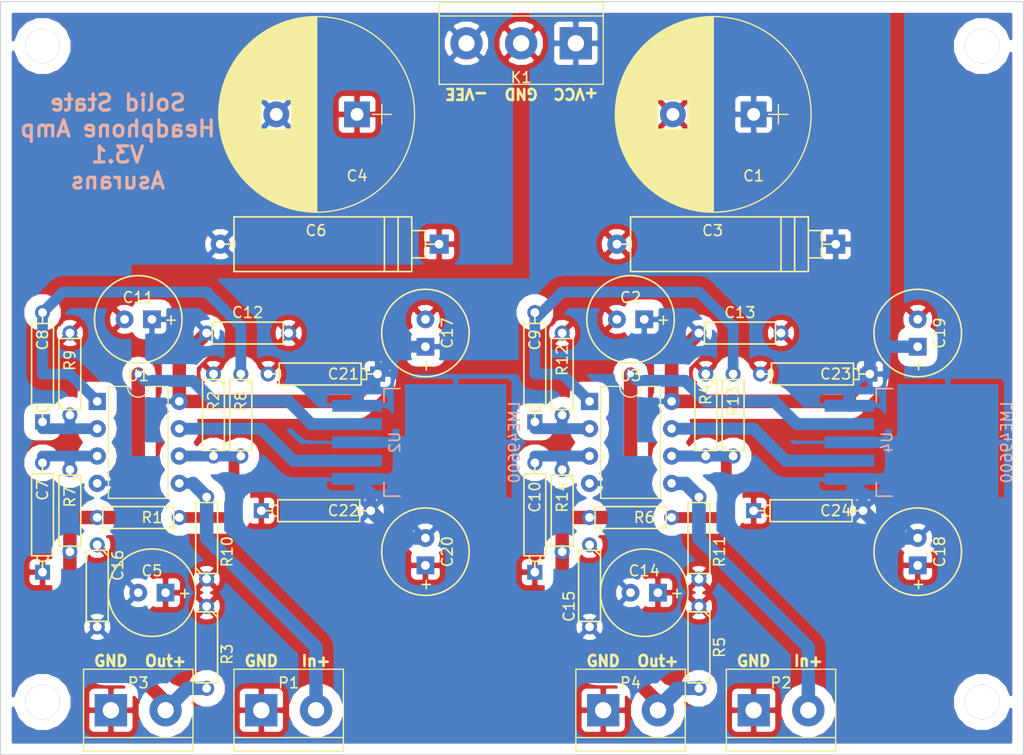
<source format=kicad_pcb>
(kicad_pcb (version 4) (host pcbnew 4.0.7)
  (layers (0 F.Cu signal) (31 B.Cu signal) (34 B.Paste user) (35 F.Paste user) (36 B.SilkS user) (37 F.SilkS user) (38 B.Mask user) (39 F.Mask user) (44 Edge.Cuts user))
  (net 0 "")
  (net 1 VCC)
  (net 2 GND)
  (net 3 VEE)
  (net 4 "Net-(C7-Pad2)")
  (net 5 "Net-(C8-Pad1)")
  (net 6 "Net-(C8-Pad2)")
  (net 7 "Net-(C9-Pad1)")
  (net 8 "Net-(C9-Pad2)")
  (net 9 "Net-(C10-Pad2)")
  (net 10 "Net-(R1-Pad1)")
  (net 11 "Net-(R13-Pad1)")
  (net 12 "Net-(U1-Pad7)")
  (net 13 "Net-(U3-Pad7)")
  (net 14 "Net-(P1-Pad2)")
  (net 15 "Net-(P2-Pad2)")
  (net 16 "Net-(P3-Pad2)")
  (net 17 "Net-(P4-Pad2)")
  (module Connectors:bornier2 (layer F.Cu) (at 95.25 85.852)
    (fp_text reference P3 (at 2.54 -2.54) (layer F.SilkS))
    (fp_text value CONN_01X02)
    (pad 1 thru_hole rect (at 0 0) (size 3 3) (drill 1.52) (layers *.Cu *.Mask) (net 2 GND))
    (pad 2 thru_hole circle (at 5.08 0) (size 3 3) (drill 1.52) (layers *.Cu *.Mask) (net 16 "Net-(P3-Pad2)"))
  )
  (module TO_SOT_Packages_SMD:TO-263-5Lead (layer B.Cu) (at 118.11 60.96)
    (fp_text reference U2 (at 3.5 0 270) (layer B.SilkS) (effects (justify mirror)))
    (fp_text value LME49600 (at 14.605 0 90) (layer B.SilkS) (effects (justify mirror)))
    (pad 5 smd rect (at 0 -3.4) (size 4.6 1.1) (layers B.Cu B.Paste B.Mask) (net 1 VCC))
    (pad 4 smd rect (at 0 -1.7) (size 4.6 1.1) (layers B.Cu B.Paste B.Mask) (net 16 "Net-(P3-Pad2)"))
    (pad 2 smd rect (at 0 1.7) (size 4.6 1.1) (layers B.Cu B.Paste B.Mask) (net 12 "Net-(U1-Pad7)"))
    (pad 3 smd rect (at 9.15 0) (size 9.4 10.8) (layers B.Cu B.Paste B.Mask) (net 3 VEE))
    (pad 3 smd rect (at 0 0) (size 4.6 1.1) (layers B.Cu B.Paste B.Mask) (net 3 VEE))
    (pad 1 smd rect (at 0 3.4) (size 4.6 1.1) (layers B.Cu B.Paste B.Mask) (net 3 VEE))
  )
  (module Discret:C1V8 (layer F.Cu) (at 143.51 49.53 180)
    (fp_text reference C2 (at 0 2.032 180) (layer F.SilkS))
    (fp_text value 47u)
    (fp_text user + (at -3.04546 0 180) (layer F.SilkS))
    (pad 1 thru_hole rect (at -1.27 0 180) (size 1.651 1.651) (drill 0.8128) (layers *.Cu *.Mask) (net 1 VCC))
    (pad 2 thru_hole circle (at 1.27 0 180) (size 1.651 1.651) (drill 0.8128) (layers *.Cu *.Mask) (net 2 GND))
  )
  (module Discret:CP8 (layer F.Cu) (at 152.4 42.545 180)
    (fp_text reference C3 (at 1.27 1.27 180) (layer F.SilkS))
    (fp_text value 8200p)
    (pad 1 thru_hole rect (at -10.16 0 180) (size 1.778 1.778) (drill 0.8128) (layers *.Cu *.Mask) (net 1 VCC))
    (pad 2 thru_hole circle (at 10.16 0 180) (size 1.778 1.778) (drill 0.8128) (layers *.Cu *.Mask) (net 2 GND))
  )
  (module Discret:C1V8 (layer F.Cu) (at 99.06 74.93 180)
    (fp_text reference C5 (at 0 2.032 180) (layer F.SilkS))
    (fp_text value 47u)
    (fp_text user + (at -3.04546 0 180) (layer F.SilkS))
    (pad 1 thru_hole rect (at -1.27 0 180) (size 1.651 1.651) (drill 0.8128) (layers *.Cu *.Mask) (net 2 GND))
    (pad 2 thru_hole circle (at 1.27 0 180) (size 1.651 1.651) (drill 0.8128) (layers *.Cu *.Mask) (net 3 VEE))
  )
  (module Discret:CP8 (layer F.Cu) (at 115.57 42.545 180)
    (fp_text reference C6 (at 1.27 1.27 180) (layer F.SilkS))
    (fp_text value 8200p)
    (pad 1 thru_hole rect (at -10.16 0 180) (size 1.778 1.778) (drill 0.8128) (layers *.Cu *.Mask) (net 2 GND))
    (pad 2 thru_hole circle (at 10.16 0 180) (size 1.778 1.778) (drill 0.8128) (layers *.Cu *.Mask) (net 3 VEE))
  )
  (module Discret:C1V8 (layer F.Cu) (at 97.79 49.53 180)
    (fp_text reference C11 (at 0 2.032 180) (layer F.SilkS))
    (fp_text value 47u)
    (fp_text user + (at -3.04546 0 180) (layer F.SilkS))
    (pad 1 thru_hole rect (at -1.27 0 180) (size 1.651 1.651) (drill 0.8128) (layers *.Cu *.Mask) (net 1 VCC))
    (pad 2 thru_hole circle (at 1.27 0 180) (size 1.651 1.651) (drill 0.8128) (layers *.Cu *.Mask) (net 2 GND))
  )
  (module Discret:C1V8 (layer F.Cu) (at 144.78 74.93 180)
    (fp_text reference C14 (at 0 2.032 180) (layer F.SilkS))
    (fp_text value 47u)
    (fp_text user + (at -3.04546 0 180) (layer F.SilkS))
    (pad 1 thru_hole rect (at -1.27 0 180) (size 1.651 1.651) (drill 0.8128) (layers *.Cu *.Mask) (net 2 GND))
    (pad 2 thru_hole circle (at 1.27 0 180) (size 1.651 1.651) (drill 0.8128) (layers *.Cu *.Mask) (net 3 VEE))
  )
  (module Connect:bornier3 (layer F.Cu) (at 138.43 23.876 180)
    (fp_text reference K1 (at 5.08 -3.175 180) (layer F.SilkS))
    (fp_text value CONN_3)
    (pad 1 thru_hole rect (at 0 0 180) (size 3 3) (drill 1.52) (layers *.Cu *.Mask) (net 1 VCC))
    (pad 2 thru_hole circle (at 5.08 0 180) (size 3 3) (drill 1.52) (layers *.Cu *.Mask) (net 2 GND))
    (pad 3 thru_hole circle (at 10.16 0 180) (size 3 3) (drill 1.52) (layers *.Cu *.Mask) (net 3 VEE))
  )
  (module Housings_DIP:DIP-8_W7.62mm (layer F.Cu) (at 93.98 57.15)
    (fp_text reference U1 (at 3.81 -2.39) (layer F.SilkS))
    (fp_text value TL072)
    (pad 1 thru_hole rect (at 0 0) (size 1.6 1.6) (drill 0.8) (layers *.Cu *.Mask) (net 6 "Net-(C8-Pad2)"))
    (pad 5 thru_hole oval (at 7.62 7.62) (size 1.6 1.6) (drill 0.8) (layers *.Cu *.Mask) (net 14 "Net-(P1-Pad2)"))
    (pad 2 thru_hole oval (at 0 2.54) (size 1.6 1.6) (drill 0.8) (layers *.Cu *.Mask) (net 5 "Net-(C8-Pad1)"))
    (pad 6 thru_hole oval (at 7.62 5.08) (size 1.6 1.6) (drill 0.8) (layers *.Cu *.Mask) (net 10 "Net-(R1-Pad1)"))
    (pad 3 thru_hole oval (at 0 5.08) (size 1.6 1.6) (drill 0.8) (layers *.Cu *.Mask) (net 4 "Net-(C7-Pad2)"))
    (pad 7 thru_hole oval (at 7.62 2.54) (size 1.6 1.6) (drill 0.8) (layers *.Cu *.Mask) (net 12 "Net-(U1-Pad7)"))
    (pad 4 thru_hole oval (at 0 7.62) (size 1.6 1.6) (drill 0.8) (layers *.Cu *.Mask) (net 3 VEE))
    (pad 8 thru_hole oval (at 7.62 0) (size 1.6 1.6) (drill 0.8) (layers *.Cu *.Mask) (net 1 VCC))
  )
  (module Housings_DIP:DIP-8_W7.62mm (layer F.Cu) (at 139.7 57.15)
    (fp_text reference U3 (at 3.81 -2.39) (layer F.SilkS))
    (fp_text value TL072)
    (pad 1 thru_hole rect (at 0 0) (size 1.6 1.6) (drill 0.8) (layers *.Cu *.Mask) (net 8 "Net-(C9-Pad2)"))
    (pad 5 thru_hole oval (at 7.62 7.62) (size 1.6 1.6) (drill 0.8) (layers *.Cu *.Mask) (net 15 "Net-(P2-Pad2)"))
    (pad 2 thru_hole oval (at 0 2.54) (size 1.6 1.6) (drill 0.8) (layers *.Cu *.Mask) (net 7 "Net-(C9-Pad1)"))
    (pad 6 thru_hole oval (at 7.62 5.08) (size 1.6 1.6) (drill 0.8) (layers *.Cu *.Mask) (net 11 "Net-(R13-Pad1)"))
    (pad 3 thru_hole oval (at 0 5.08) (size 1.6 1.6) (drill 0.8) (layers *.Cu *.Mask) (net 9 "Net-(C10-Pad2)"))
    (pad 7 thru_hole oval (at 7.62 2.54) (size 1.6 1.6) (drill 0.8) (layers *.Cu *.Mask) (net 13 "Net-(U3-Pad7)"))
    (pad 4 thru_hole oval (at 0 7.62) (size 1.6 1.6) (drill 0.8) (layers *.Cu *.Mask) (net 3 VEE))
    (pad 8 thru_hole oval (at 7.62 0) (size 1.6 1.6) (drill 0.8) (layers *.Cu *.Mask) (net 1 VCC))
  )
  (module Capacitors_ThroughHole:CP_Radial_D18.0mm_P7.50mm (layer F.Cu) (at 154.94 30.48 180)
    (fp_text reference C1 (at 0 -5.715 180) (layer F.SilkS))
    (fp_text value 4700u)
    (pad 1 thru_hole rect (at 0 0 180) (size 2.4 2.4) (drill 1.2) (layers *.Cu *.Mask) (net 1 VCC))
    (pad 2 thru_hole circle (at 7.5 0 180) (size 2.4 2.4) (drill 1.2) (layers *.Cu *.Mask) (net 2 GND))
  )
  (module Capacitors_ThroughHole:CP_Radial_D18.0mm_P7.50mm (layer F.Cu) (at 118.11 30.48 180)
    (fp_text reference C4 (at 0 -5.715 180) (layer F.SilkS))
    (fp_text value 4700u)
    (pad 1 thru_hole rect (at 0 0 180) (size 2.4 2.4) (drill 1.2) (layers *.Cu *.Mask) (net 2 GND))
    (pad 2 thru_hole circle (at 7.5 0 180) (size 2.4 2.4) (drill 1.2) (layers *.Cu *.Mask) (net 3 VEE))
  )
  (module Discret:CP4 (layer F.Cu) (at 88.9 67.945 90)
    (fp_text reference C7 (at 2.54 0 90) (layer F.SilkS))
    (fp_text value 1u)
    (pad 1 thru_hole rect (at -5.08 0 90) (size 1.397 1.397) (drill 0.8128) (layers *.Cu *.Mask) (net 2 GND))
    (pad 2 thru_hole circle (at 5.08 0 90) (size 1.397 1.397) (drill 0.8128) (layers *.Cu *.Mask) (net 4 "Net-(C7-Pad2)"))
  )
  (module Discret:CP4 (layer F.Cu) (at 88.9 53.975 90)
    (fp_text reference C8 (at 2.54 0 90) (layer F.SilkS))
    (fp_text value 1u)
    (pad 1 thru_hole rect (at -5.08 0 90) (size 1.397 1.397) (drill 0.8128) (layers *.Cu *.Mask) (net 5 "Net-(C8-Pad1)"))
    (pad 2 thru_hole circle (at 5.08 0 90) (size 1.397 1.397) (drill 0.8128) (layers *.Cu *.Mask) (net 6 "Net-(C8-Pad2)"))
  )
  (module Discret:CP4 (layer F.Cu) (at 134.62 53.975 90)
    (fp_text reference C9 (at 2.54 0 90) (layer F.SilkS))
    (fp_text value 1u)
    (pad 1 thru_hole rect (at -5.08 0 90) (size 1.397 1.397) (drill 0.8128) (layers *.Cu *.Mask) (net 7 "Net-(C9-Pad1)"))
    (pad 2 thru_hole circle (at 5.08 0 90) (size 1.397 1.397) (drill 0.8128) (layers *.Cu *.Mask) (net 8 "Net-(C9-Pad2)"))
  )
  (module Discret:CP4 (layer F.Cu) (at 134.62 67.945 90)
    (fp_text reference C10 (at 1.905 0 90) (layer F.SilkS))
    (fp_text value 1u)
    (pad 1 thru_hole rect (at -5.08 0 90) (size 1.397 1.397) (drill 0.8128) (layers *.Cu *.Mask) (net 2 GND))
    (pad 2 thru_hole circle (at 5.08 0 90) (size 1.397 1.397) (drill 0.8128) (layers *.Cu *.Mask) (net 9 "Net-(C10-Pad2)"))
  )
  (module Discret:R3 (layer F.Cu) (at 107.95 50.8)
    (fp_text reference C12 (at 0 -1.905) (layer F.SilkS))
    (fp_text value 100n)
    (pad 1 thru_hole circle (at -3.81 0) (size 1.397 1.397) (drill 0.8128) (layers *.Cu *.Mask) (net 1 VCC))
    (pad 2 thru_hole circle (at 3.81 0) (size 1.397 1.397) (drill 0.8128) (layers *.Cu *.Mask) (net 2 GND))
  )
  (module Discret:R3 (layer F.Cu) (at 153.67 50.8)
    (fp_text reference C13 (at 0 -1.905) (layer F.SilkS))
    (fp_text value 100n)
    (pad 1 thru_hole circle (at -3.81 0) (size 1.397 1.397) (drill 0.8128) (layers *.Cu *.Mask) (net 1 VCC))
    (pad 2 thru_hole circle (at 3.81 0) (size 1.397 1.397) (drill 0.8128) (layers *.Cu *.Mask) (net 2 GND))
  )
  (module Discret:R3 (layer F.Cu) (at 139.7 74.295 270)
    (fp_text reference C15 (at 1.905 1.905 270) (layer F.SilkS))
    (fp_text value 100n)
    (pad 1 thru_hole circle (at -3.81 0 270) (size 1.397 1.397) (drill 0.8128) (layers *.Cu *.Mask) (net 2 GND))
    (pad 2 thru_hole circle (at 3.81 0 270) (size 1.397 1.397) (drill 0.8128) (layers *.Cu *.Mask) (net 3 VEE))
  )
  (module Discret:R3 (layer F.Cu) (at 93.98 74.295 270)
    (fp_text reference C16 (at -1.905 -1.905 270) (layer F.SilkS))
    (fp_text value 100n)
    (pad 1 thru_hole circle (at -3.81 0 270) (size 1.397 1.397) (drill 0.8128) (layers *.Cu *.Mask) (net 2 GND))
    (pad 2 thru_hole circle (at 3.81 0 270) (size 1.397 1.397) (drill 0.8128) (layers *.Cu *.Mask) (net 3 VEE))
  )
  (module Discret:R3 (layer F.Cu) (at 97.79 67.945 180)
    (fp_text reference R1 (at -1.27 0 180) (layer F.SilkS))
    (fp_text value 1K)
    (pad 1 thru_hole circle (at -3.81 0 180) (size 1.397 1.397) (drill 0.8128) (layers *.Cu *.Mask) (net 10 "Net-(R1-Pad1)"))
    (pad 2 thru_hole circle (at 3.81 0 180) (size 1.397 1.397) (drill 0.8128) (layers *.Cu *.Mask) (net 16 "Net-(P3-Pad2)"))
  )
  (module Discret:R3 (layer F.Cu) (at 104.775 58.42 270)
    (fp_text reference R2 (at -1.27 0 270) (layer F.SilkS))
    (fp_text value 1K)
    (pad 1 thru_hole circle (at -3.81 0 270) (size 1.397 1.397) (drill 0.8128) (layers *.Cu *.Mask) (net 2 GND))
    (pad 2 thru_hole circle (at 3.81 0 270) (size 1.397 1.397) (drill 0.8128) (layers *.Cu *.Mask) (net 10 "Net-(R1-Pad1)"))
  )
  (module Discret:R3 (layer F.Cu) (at 104.14 80.01 270)
    (fp_text reference R3 (at 0.635 -1.905 270) (layer F.SilkS))
    (fp_text value 100K)
    (pad 1 thru_hole circle (at -3.81 0 270) (size 1.397 1.397) (drill 0.8128) (layers *.Cu *.Mask) (net 2 GND))
    (pad 2 thru_hole circle (at 3.81 0 270) (size 1.397 1.397) (drill 0.8128) (layers *.Cu *.Mask) (net 16 "Net-(P3-Pad2)"))
  )
  (module Discret:R3 (layer F.Cu) (at 150.495 58.42 270)
    (fp_text reference R4 (at -1.905 0 270) (layer F.SilkS))
    (fp_text value 1K)
    (pad 1 thru_hole circle (at -3.81 0 270) (size 1.397 1.397) (drill 0.8128) (layers *.Cu *.Mask) (net 2 GND))
    (pad 2 thru_hole circle (at 3.81 0 270) (size 1.397 1.397) (drill 0.8128) (layers *.Cu *.Mask) (net 11 "Net-(R13-Pad1)"))
  )
  (module Discret:R3 (layer F.Cu) (at 149.86 80.01 270)
    (fp_text reference R5 (at 0 -1.905 270) (layer F.SilkS))
    (fp_text value 100K)
    (pad 1 thru_hole circle (at -3.81 0 270) (size 1.397 1.397) (drill 0.8128) (layers *.Cu *.Mask) (net 2 GND))
    (pad 2 thru_hole circle (at 3.81 0 270) (size 1.397 1.397) (drill 0.8128) (layers *.Cu *.Mask) (net 17 "Net-(P4-Pad2)"))
  )
  (module Discret:R3 (layer F.Cu) (at 143.51 67.945 180)
    (fp_text reference R6 (at -1.27 0 180) (layer F.SilkS))
    (fp_text value 1K)
    (pad 1 thru_hole circle (at -3.81 0 180) (size 1.397 1.397) (drill 0.8128) (layers *.Cu *.Mask) (net 11 "Net-(R13-Pad1)"))
    (pad 2 thru_hole circle (at 3.81 0 180) (size 1.397 1.397) (drill 0.8128) (layers *.Cu *.Mask) (net 17 "Net-(P4-Pad2)"))
  )
  (module Discret:R3 (layer F.Cu) (at 91.44 67.31 270)
    (fp_text reference R7 (at -1.27 0 270) (layer F.SilkS))
    (fp_text value 1M)
    (pad 1 thru_hole circle (at -3.81 0 270) (size 1.397 1.397) (drill 0.8128) (layers *.Cu *.Mask) (net 4 "Net-(C7-Pad2)"))
    (pad 2 thru_hole circle (at 3.81 0 270) (size 1.397 1.397) (drill 0.8128) (layers *.Cu *.Mask) (net 16 "Net-(P3-Pad2)"))
  )
  (module Discret:R3 (layer F.Cu) (at 107.315 58.42 270)
    (fp_text reference R8 (at -1.27 0 270) (layer F.SilkS))
    (fp_text value 1K)
    (pad 1 thru_hole circle (at -3.81 0 270) (size 1.397 1.397) (drill 0.8128) (layers *.Cu *.Mask) (net 6 "Net-(C8-Pad2)"))
    (pad 2 thru_hole circle (at 3.81 0 270) (size 1.397 1.397) (drill 0.8128) (layers *.Cu *.Mask) (net 10 "Net-(R1-Pad1)"))
  )
  (module Discret:R3 (layer F.Cu) (at 91.44 54.61 90)
    (fp_text reference R9 (at 1.27 0 90) (layer F.SilkS))
    (fp_text value 1M)
    (pad 1 thru_hole circle (at -3.81 0 90) (size 1.397 1.397) (drill 0.8128) (layers *.Cu *.Mask) (net 5 "Net-(C8-Pad1)"))
    (pad 2 thru_hole circle (at 3.81 0 90) (size 1.397 1.397) (drill 0.8128) (layers *.Cu *.Mask) (net 2 GND))
  )
  (module Discret:R3 (layer F.Cu) (at 104.14 69.85 90)
    (fp_text reference R10 (at -1.27 1.905 90) (layer F.SilkS))
    (fp_text value 47K)
    (pad 1 thru_hole circle (at -3.81 0 90) (size 1.397 1.397) (drill 0.8128) (layers *.Cu *.Mask) (net 2 GND))
    (pad 2 thru_hole circle (at 3.81 0 90) (size 1.397 1.397) (drill 0.8128) (layers *.Cu *.Mask) (net 14 "Net-(P1-Pad2)"))
  )
  (module Discret:R3 (layer F.Cu) (at 149.86 69.85 270)
    (fp_text reference R11 (at 1.27 -1.905 270) (layer F.SilkS))
    (fp_text value 47K)
    (pad 1 thru_hole circle (at -3.81 0 270) (size 1.397 1.397) (drill 0.8128) (layers *.Cu *.Mask) (net 15 "Net-(P2-Pad2)"))
    (pad 2 thru_hole circle (at 3.81 0 270) (size 1.397 1.397) (drill 0.8128) (layers *.Cu *.Mask) (net 2 GND))
  )
  (module Discret:R3 (layer F.Cu) (at 137.16 54.61 90)
    (fp_text reference R12 (at 1.27 0 90) (layer F.SilkS))
    (fp_text value 1M)
    (pad 1 thru_hole circle (at -3.81 0 90) (size 1.397 1.397) (drill 0.8128) (layers *.Cu *.Mask) (net 7 "Net-(C9-Pad1)"))
    (pad 2 thru_hole circle (at 3.81 0 90) (size 1.397 1.397) (drill 0.8128) (layers *.Cu *.Mask) (net 2 GND))
  )
  (module Discret:R3 (layer F.Cu) (at 153.035 58.42 90)
    (fp_text reference R13 (at 1.27 0 90) (layer F.SilkS))
    (fp_text value 1K)
    (pad 1 thru_hole circle (at -3.81 0 90) (size 1.397 1.397) (drill 0.8128) (layers *.Cu *.Mask) (net 11 "Net-(R13-Pad1)"))
    (pad 2 thru_hole circle (at 3.81 0 90) (size 1.397 1.397) (drill 0.8128) (layers *.Cu *.Mask) (net 8 "Net-(C9-Pad2)"))
  )
  (module Discret:R3 (layer F.Cu) (at 137.16 67.31 270)
    (fp_text reference R14 (at -1.27 0 270) (layer F.SilkS))
    (fp_text value 1M)
    (pad 1 thru_hole circle (at -3.81 0 270) (size 1.397 1.397) (drill 0.8128) (layers *.Cu *.Mask) (net 9 "Net-(C10-Pad2)"))
    (pad 2 thru_hole circle (at 3.81 0 270) (size 1.397 1.397) (drill 0.8128) (layers *.Cu *.Mask) (net 17 "Net-(P4-Pad2)"))
  )
  (module Discret:C1V8 (layer F.Cu) (at 124.46 50.8 90)
    (fp_text reference C17 (at 0 2.032 90) (layer F.SilkS))
    (fp_text value 47u)
    (fp_text user + (at -3.04546 0 90) (layer F.SilkS))
    (pad 1 thru_hole rect (at -1.27 0 90) (size 1.651 1.651) (drill 0.8128) (layers *.Cu *.Mask) (net 1 VCC))
    (pad 2 thru_hole circle (at 1.27 0 90) (size 1.651 1.651) (drill 0.8128) (layers *.Cu *.Mask) (net 2 GND))
  )
  (module Discret:C1V8 (layer F.Cu) (at 170.18 71.12 90)
    (fp_text reference C18 (at 0 2.032 90) (layer F.SilkS))
    (fp_text value 47u)
    (fp_text user + (at -3.04546 0 90) (layer F.SilkS))
    (pad 1 thru_hole rect (at -1.27 0 90) (size 1.651 1.651) (drill 0.8128) (layers *.Cu *.Mask) (net 2 GND))
    (pad 2 thru_hole circle (at 1.27 0 90) (size 1.651 1.651) (drill 0.8128) (layers *.Cu *.Mask) (net 3 VEE))
  )
  (module Discret:C1V8 (layer F.Cu) (at 170.18 50.8 90)
    (fp_text reference C19 (at 0 2.032 90) (layer F.SilkS))
    (fp_text value 47u)
    (fp_text user + (at -3.04546 0 90) (layer F.SilkS))
    (pad 1 thru_hole rect (at -1.27 0 90) (size 1.651 1.651) (drill 0.8128) (layers *.Cu *.Mask) (net 1 VCC))
    (pad 2 thru_hole circle (at 1.27 0 90) (size 1.651 1.651) (drill 0.8128) (layers *.Cu *.Mask) (net 2 GND))
  )
  (module Discret:C1V8 (layer F.Cu) (at 124.46 71.12 90)
    (fp_text reference C20 (at 0 2.032 90) (layer F.SilkS))
    (fp_text value 47u)
    (fp_text user + (at -3.04546 0 90) (layer F.SilkS))
    (pad 1 thru_hole rect (at -1.27 0 90) (size 1.651 1.651) (drill 0.8128) (layers *.Cu *.Mask) (net 2 GND))
    (pad 2 thru_hole circle (at 1.27 0 90) (size 1.651 1.651) (drill 0.8128) (layers *.Cu *.Mask) (net 3 VEE))
  )
  (module Discret:CP4 (layer F.Cu) (at 114.935 54.61 180)
    (fp_text reference C21 (at -1.905 0 180) (layer F.SilkS))
    (fp_text value 22u)
    (pad 1 thru_hole rect (at -5.08 0 180) (size 1.397 1.397) (drill 0.8128) (layers *.Cu *.Mask) (net 1 VCC))
    (pad 2 thru_hole circle (at 5.08 0 180) (size 1.397 1.397) (drill 0.8128) (layers *.Cu *.Mask) (net 2 GND))
  )
  (module Discret:CP4 (layer F.Cu) (at 114.3 67.31)
    (fp_text reference C22 (at 2.54 0) (layer F.SilkS))
    (fp_text value 22u)
    (pad 1 thru_hole rect (at -5.08 0) (size 1.397 1.397) (drill 0.8128) (layers *.Cu *.Mask) (net 2 GND))
    (pad 2 thru_hole circle (at 5.08 0) (size 1.397 1.397) (drill 0.8128) (layers *.Cu *.Mask) (net 3 VEE))
  )
  (module Discret:CP4 (layer F.Cu) (at 160.655 54.61 180)
    (fp_text reference C23 (at -1.905 0 180) (layer F.SilkS))
    (fp_text value 22u)
    (pad 1 thru_hole rect (at -5.08 0 180) (size 1.397 1.397) (drill 0.8128) (layers *.Cu *.Mask) (net 1 VCC))
    (pad 2 thru_hole circle (at 5.08 0 180) (size 1.397 1.397) (drill 0.8128) (layers *.Cu *.Mask) (net 2 GND))
  )
  (module Discret:CP4 (layer F.Cu) (at 160.02 67.31)
    (fp_text reference C24 (at 2.54 0) (layer F.SilkS))
    (fp_text value 22u)
    (pad 1 thru_hole rect (at -5.08 0) (size 1.397 1.397) (drill 0.8128) (layers *.Cu *.Mask) (net 2 GND))
    (pad 2 thru_hole circle (at 5.08 0) (size 1.397 1.397) (drill 0.8128) (layers *.Cu *.Mask) (net 3 VEE))
  )
  (module TO_SOT_Packages_SMD:TO-263-5Lead (layer B.Cu) (at 163.83 60.96)
    (fp_text reference U4 (at 3.5 0 270) (layer B.SilkS) (effects (justify mirror)))
    (fp_text value LME49600 (at 14.605 0 90) (layer B.SilkS) (effects (justify mirror)))
    (pad 5 smd rect (at 0 -3.4) (size 4.6 1.1) (layers B.Cu B.Paste B.Mask) (net 1 VCC))
    (pad 4 smd rect (at 0 -1.7) (size 4.6 1.1) (layers B.Cu B.Paste B.Mask) (net 17 "Net-(P4-Pad2)"))
    (pad 2 smd rect (at 0 1.7) (size 4.6 1.1) (layers B.Cu B.Paste B.Mask) (net 13 "Net-(U3-Pad7)"))
    (pad 3 smd rect (at 9.15 0) (size 9.4 10.8) (layers B.Cu B.Paste B.Mask) (net 3 VEE))
    (pad 3 smd rect (at 0 0) (size 4.6 1.1) (layers B.Cu B.Paste B.Mask) (net 3 VEE))
    (pad 1 smd rect (at 0 3.4) (size 4.6 1.1) (layers B.Cu B.Paste B.Mask) (net 3 VEE))
  )
  (module Connectors:bornier2 (layer F.Cu) (at 109.22 85.852)
    (fp_text reference P1 (at 2.54 -2.54) (layer F.SilkS))
    (fp_text value CONN_01X02)
    (pad 1 thru_hole rect (at 0 0) (size 3 3) (drill 1.52) (layers *.Cu *.Mask) (net 2 GND))
    (pad 2 thru_hole circle (at 5.08 0) (size 3 3) (drill 1.52) (layers *.Cu *.Mask) (net 14 "Net-(P1-Pad2)"))
  )
  (module Connectors:bornier2 (layer F.Cu) (at 154.94 85.852)
    (fp_text reference P2 (at 2.54 -2.54) (layer F.SilkS))
    (fp_text value CONN_01X02)
    (pad 1 thru_hole rect (at 0 0) (size 3 3) (drill 1.52) (layers *.Cu *.Mask) (net 2 GND))
    (pad 2 thru_hole circle (at 5.08 0) (size 3 3) (drill 1.52) (layers *.Cu *.Mask) (net 15 "Net-(P2-Pad2)"))
  )
  (module Connectors:bornier2 (layer F.Cu) (at 140.97 85.852)
    (fp_text reference P4 (at 2.54 -2.54) (layer F.SilkS))
    (fp_text value CONN_01X02)
    (pad 1 thru_hole rect (at 0 0) (size 3 3) (drill 1.52) (layers *.Cu *.Mask) (net 2 GND))
    (pad 2 thru_hole circle (at 5.08 0) (size 3 3) (drill 1.52) (layers *.Cu *.Mask) (net 17 "Net-(P4-Pad2)"))
  )
  (module Mounting_Holes:MountingHole_3.2mm_M3_ISO7380_Pad (layer F.Cu) (at 176.149 24.13)
    (fp_text reference REF** hide)
    (fp_text value MountingHole_3.2mm_M3_ISO7380_Pad)
    (pad 1 thru_hole circle (at 0 0) (size 3.2 3.2) (drill 3.2) (layers *.Cu *.Mask))
  )
  (module Mounting_Holes:MountingHole_3.2mm_M3_ISO7380_Pad (layer F.Cu) (at 88.9 24.13)
    (fp_text reference REF** hide)
    (fp_text value MountingHole_3.2mm_M3_ISO7380_Pad)
    (pad 1 thru_hole circle (at 0 0) (size 3.2 3.2) (drill 3.2) (layers *.Cu *.Mask))
  )
  (module Mounting_Holes:MountingHole_3.2mm_M3_ISO7380_Pad (layer F.Cu) (at 88.9 85.09)
    (fp_text reference REF** hide)
    (fp_text value MountingHole_3.2mm_M3_ISO7380_Pad)
    (pad 1 thru_hole circle (at 0 0) (size 3.2 3.2) (drill 3.2) (layers *.Cu *.Mask))
  )
  (module Mounting_Holes:MountingHole_3.2mm_M3_ISO7380_Pad (layer F.Cu) (at 176.149 85.09)
    (fp_text reference REF** hide)
    (fp_text value MountingHole_3.2mm_M3_ISO7380_Pad)
    (pad 1 thru_hole circle (at 0 0) (size 3.2 3.2) (drill 3.2) (layers *.Cu *.Mask))
  )
  (gr_text Out+ (at 146.05 81.28) (layer F.SilkS) (effects (font (size 1 1) (thickness 0.25))))
  (gr_text Out+ (at 100.33 81.28) (layer F.SilkS) (effects (font (size 1 1) (thickness 0.25))))
  (gr_text GND (at 140.97 81.28) (layer F.SilkS) (effects (font (size 1 1) (thickness 0.25))))
  (gr_text GND (at 95.25 81.28) (layer F.SilkS) (effects (font (size 1 1) (thickness 0.25))))
  (gr_text GND (at 154.94 81.28) (layer F.SilkS) (effects (font (size 1 1) (thickness 0.25))))
  (gr_text In+ (at 160.02 81.28) (layer F.SilkS) (effects (font (size 1 1) (thickness 0.25))))
  (gr_text GND (at 109.22 81.28) (layer F.SilkS) (effects (font (size 1 1) (thickness 0.25))))
  (gr_text In+ (at 114.3 81.28) (layer F.SilkS) (effects (font (size 1 1) (thickness 0.25))))
  (gr_text -VEE (at 128.27 28.575 180) (layer F.SilkS) (effects (font (size 1 1) (thickness 0.25))))
  (gr_text GND (at 133.35 28.575 180) (layer F.SilkS) (effects (font (size 1 1) (thickness 0.25))))
  (gr_text +VCC (at 138.43 28.575 180) (layer F.SilkS) (effects (font (size 1 1) (thickness 0.25))))
  (gr_text "Solid State\nHeadphone Amp\nV3.1\nAsurans" (at 95.885 33.02) (layer B.SilkS) (effects (font (size 1.5 1.5) (thickness 0.3)) (justify mirror)))
  (gr_line (start 180 20) (end 180 90) (angle 90) (layer Edge.Cuts) (width 0.1))
  (gr_line (start 85 20) (end 180 20) (angle 90) (layer Edge.Cuts) (width 0.1))
  (gr_line (start 180 90) (end 85 90) (angle 90) (layer Edge.Cuts) (width 0.1))
  (gr_line (start 85 90) (end 85 20) (angle 90) (layer Edge.Cuts) (width 0.1))
  (gr_line (start 85 90) (end 180 90) (angle 90) (layer Edge.Cuts) (width 0.1))
  (segment (start 147.32 57.15) (end 147.32 53.34) (width 1.25) (layer F.Cu) (net 1))
  (segment (start 147.32 57.15) (end 163.83 57.15) (width 1.25) (layer F.Cu) (net 1))
  (segment (start 118.11 57.15) (end 118.11 56.515) (width 1.25) (layer F.Cu) (net 1))
  (segment (start 101.6 57.15) (end 118.11 57.15) (width 1.25) (layer F.Cu) (net 1))
  (segment (start 118.11 56.515) (end 120.015 54.61) (width 1.25) (layer F.Cu) (net 1))
  (segment (start 163.83 57.15) (end 163.83 56.515) (width 1.25) (layer F.Cu) (net 1))
  (segment (start 147.32 57.15) (end 163.83 57.15) (width 1.25) (layer F.Cu) (net 1))
  (segment (start 163.83 56.515) (end 165.735 54.61) (width 1.25) (layer F.Cu) (net 1))
  (segment (start 147.32 57.15) (end 147.32 53.34) (width 1.25) (layer F.Cu) (net 1))
  (segment (start 147.32 53.34) (end 149.86 50.8) (width 1.25) (layer F.Cu) (net 1))
  (segment (start 101.6 57.15) (end 101.6 53.34) (width 1.25) (layer F.Cu) (net 1))
  (segment (start 101.6 53.34) (end 104.14 50.8) (width 1.25) (layer F.Cu) (net 1))
  (segment (start 118.11 57.56) (end 118.11 56.515) (width 1.1) (layer B.Cu) (net 1))
  (segment (start 122.555 52.07) (end 124.46 52.07) (width 1.1) (layer B.Cu) (net 1))
  (segment (start 118.11 56.515) (end 122.555 52.07) (width 1.1) (layer B.Cu) (net 1))
  (segment (start 167.64 52.07) (end 167.005 52.07) (width 1.1) (layer B.Cu) (net 1))
  (segment (start 167.005 52.07) (end 165.735 53.34) (width 1.1) (layer B.Cu) (net 1))
  (segment (start 165.735 53.34) (end 165.735 54.61) (width 1.1) (layer B.Cu) (net 1))
  (segment (start 167.64 52.07) (end 168.91 52.07) (width 1.15) (layer B.Cu) (net 1))
  (segment (start 170.18 52.07) (end 168.91 52.07) (width 1.15) (layer B.Cu) (net 1))
  (segment (start 165.735 54.61) (end 165.1 54.61) (width 1.1) (layer B.Cu) (net 1))
  (segment (start 165.1 54.61) (end 163.83 55.88) (width 1.1) (layer B.Cu) (net 1))
  (segment (start 163.83 55.88) (end 163.83 57.56) (width 1.15) (layer B.Cu) (net 1))
  (segment (start 168.275 60.96) (end 168.275 66.675) (width 1.25) (layer B.Cu) (net 3))
  (segment (start 168.275 66.675) (end 177.8 66.675) (width 1.25) (layer B.Cu) (net 3))
  (segment (start 170.18 69.85) (end 167.64 69.85) (width 1.25) (layer B.Cu) (net 3))
  (segment (start 167.64 69.85) (end 165.1 67.31) (width 1.25) (layer B.Cu) (net 3))
  (segment (start 124.46 69.85) (end 121.92 69.85) (width 1.25) (layer B.Cu) (net 3))
  (segment (start 121.92 69.85) (end 119.38 67.31) (width 1.25) (layer B.Cu) (net 3))
  (segment (start 122.555 60.96) (end 122.555 66.675) (width 1.25) (layer B.Cu) (net 3))
  (segment (start 122.555 66.675) (end 132.08 66.675) (width 1.25) (layer B.Cu) (net 3))
  (segment (start 163.83 64.36) (end 169.58 64.36) (width 1) (layer B.Cu) (net 3))
  (segment (start 169.58 64.36) (end 172.98 60.96) (width 1) (layer B.Cu) (net 3))
  (segment (start 118.11 64.36) (end 123.86 64.36) (width 1) (layer B.Cu) (net 3))
  (segment (start 123.86 64.36) (end 127.26 60.96) (width 1) (layer B.Cu) (net 3))
  (segment (start 165.1 67.31) (end 165.1 65.63) (width 1) (layer B.Cu) (net 3))
  (segment (start 165.1 65.63) (end 163.83 64.36) (width 1) (layer B.Cu) (net 3))
  (segment (start 119.38 67.31) (end 119.38 65.63) (width 1) (layer B.Cu) (net 3))
  (segment (start 119.38 65.63) (end 118.11 64.36) (width 1) (layer B.Cu) (net 3))
  (segment (start 118.11 60.96) (end 122.555 60.96) (width 1) (layer B.Cu) (net 3))
  (segment (start 122.555 60.96) (end 127.26 60.96) (width 1) (layer B.Cu) (net 3))
  (segment (start 163.83 60.96) (end 168.275 60.96) (width 1) (layer B.Cu) (net 3))
  (segment (start 168.275 60.96) (end 172.98 60.96) (width 1) (layer B.Cu) (net 3))
  (segment (start 88.9 62.865) (end 88.9 62.23) (width 1) (layer B.Cu) (net 4))
  (segment (start 91.44 62.23) (end 91.44 63.5) (width 1) (layer B.Cu) (net 4))
  (segment (start 91.44 62.23) (end 88.9 62.23) (width 1) (layer B.Cu) (net 4))
  (segment (start 93.98 62.23) (end 91.44 62.23) (width 1) (layer B.Cu) (net 4))
  (segment (start 88.9 59.055) (end 88.9 59.69) (width 1) (layer B.Cu) (net 5))
  (segment (start 91.44 58.42) (end 91.44 59.69) (width 1) (layer B.Cu) (net 5))
  (segment (start 88.9 59.69) (end 91.44 59.69) (width 1) (layer B.Cu) (net 5))
  (segment (start 91.44 59.69) (end 93.98 59.69) (width 1) (layer B.Cu) (net 5))
  (segment (start 91.44 46.99) (end 90.805 46.99) (width 1) (layer B.Cu) (net 6))
  (segment (start 107.315 50.165) (end 106.68 49.53) (width 1) (layer B.Cu) (net 6))
  (segment (start 104.14 46.99) (end 91.44 46.99) (width 1) (layer B.Cu) (net 6))
  (segment (start 106.68 49.53) (end 104.14 46.99) (width 1) (layer B.Cu) (net 6))
  (segment (start 107.315 54.61) (end 107.315 50.165) (width 1) (layer B.Cu) (net 6))
  (segment (start 90.805 46.99) (end 88.9 48.895) (width 1) (layer B.Cu) (net 6))
  (segment (start 88.9 49.53) (end 88.9 54.61) (width 1) (layer B.Cu) (net 6))
  (segment (start 92.71 55.88) (end 93.98 57.15) (width 1) (layer B.Cu) (net 6))
  (segment (start 91.44 54.61) (end 92.71 55.88) (width 1) (layer B.Cu) (net 6))
  (segment (start 88.9 54.61) (end 91.44 54.61) (width 1) (layer B.Cu) (net 6))
  (segment (start 137.16 59.69) (end 139.7 59.69) (width 1) (layer B.Cu) (net 7))
  (segment (start 134.62 59.69) (end 137.16 59.69) (width 1) (layer B.Cu) (net 7))
  (segment (start 137.16 58.42) (end 137.16 59.69) (width 1) (layer B.Cu) (net 7))
  (segment (start 134.62 59.055) (end 134.62 59.69) (width 1) (layer B.Cu) (net 7))
  (segment (start 137.16 59.69) (end 139.7 59.69) (width 1) (layer B.Cu) (net 7))
  (segment (start 134.62 59.69) (end 137.16 59.69) (width 1) (layer B.Cu) (net 7))
  (segment (start 137.16 58.42) (end 137.16 59.69) (width 1) (layer B.Cu) (net 7))
  (segment (start 134.62 54.61) (end 137.16 54.61) (width 1) (layer B.Cu) (net 8))
  (segment (start 137.16 54.61) (end 138.43 55.88) (width 1) (layer B.Cu) (net 8))
  (segment (start 138.43 55.88) (end 139.7 57.15) (width 1) (layer B.Cu) (net 8))
  (segment (start 153.035 54.61) (end 153.035 50.165) (width 1) (layer B.Cu) (net 8))
  (segment (start 152.4 49.53) (end 149.86 46.99) (width 1) (layer B.Cu) (net 8))
  (segment (start 149.86 46.99) (end 137.16 46.99) (width 1) (layer B.Cu) (net 8))
  (segment (start 137.16 46.99) (end 134.62 49.53) (width 1) (layer B.Cu) (net 8))
  (segment (start 153.035 50.165) (end 152.4 49.53) (width 1) (layer B.Cu) (net 8))
  (segment (start 134.62 54.61) (end 137.16 54.61) (width 1) (layer B.Cu) (net 8))
  (segment (start 137.16 54.61) (end 138.43 55.88) (width 1) (layer B.Cu) (net 8))
  (segment (start 138.43 55.88) (end 139.7 57.15) (width 1) (layer B.Cu) (net 8))
  (segment (start 134.62 49.53) (end 134.62 54.61) (width 1) (layer B.Cu) (net 8))
  (segment (start 139.7 62.23) (end 137.16 62.23) (width 1) (layer B.Cu) (net 9))
  (segment (start 137.16 62.23) (end 134.62 62.23) (width 1) (layer B.Cu) (net 9))
  (segment (start 137.16 62.23) (end 137.16 63.5) (width 1) (layer B.Cu) (net 9))
  (segment (start 134.62 62.865) (end 134.62 62.23) (width 1) (layer B.Cu) (net 9))
  (segment (start 137.16 62.23) (end 137.16 63.5) (width 1) (layer B.Cu) (net 9))
  (segment (start 139.7 62.23) (end 137.16 62.23) (width 1) (layer B.Cu) (net 9))
  (segment (start 137.16 62.23) (end 134.62 62.23) (width 1) (layer B.Cu) (net 9))
  (segment (start 101.6 67.945) (end 106.68 67.945) (width 1) (layer F.Cu) (net 10))
  (segment (start 106.68 67.945) (end 106.68 62.23) (width 1) (layer F.Cu) (net 10))
  (segment (start 106.68 62.23) (end 107.315 62.23) (width 1) (layer F.Cu) (net 10))
  (segment (start 107.315 62.23) (end 106.68 62.23) (width 1) (layer B.Cu) (net 10))
  (segment (start 106.68 62.23) (end 104.14 62.23) (width 1) (layer B.Cu) (net 10))
  (segment (start 104.14 62.23) (end 101.6 62.23) (width 1) (layer B.Cu) (net 10))
  (segment (start 149.86 62.23) (end 147.32 62.23) (width 1) (layer B.Cu) (net 11))
  (segment (start 147.32 67.945) (end 152.4 67.945) (width 1) (layer F.Cu) (net 11))
  (segment (start 149.86 62.23) (end 147.32 62.23) (width 1) (layer B.Cu) (net 11))
  (segment (start 152.4 62.23) (end 149.86 62.23) (width 1) (layer B.Cu) (net 11))
  (segment (start 153.035 62.23) (end 152.4 62.23) (width 1) (layer B.Cu) (net 11))
  (segment (start 152.4 62.23) (end 153.035 62.23) (width 1) (layer F.Cu) (net 11))
  (segment (start 152.4 67.945) (end 152.4 62.23) (width 1) (layer F.Cu) (net 11))
  (segment (start 147.32 67.945) (end 152.4 67.945) (width 1) (layer F.Cu) (net 11))
  (segment (start 153.035 62.23) (end 152.4 62.23) (width 1) (layer B.Cu) (net 11))
  (segment (start 149.86 62.23) (end 147.32 62.23) (width 1) (layer B.Cu) (net 11))
  (segment (start 152.4 62.23) (end 149.86 62.23) (width 1) (layer B.Cu) (net 11))
  (segment (start 118.11 62.66) (end 112.19 62.66) (width 1.1) (layer B.Cu) (net 12))
  (segment (start 109.22 59.69) (end 101.6 59.69) (width 1.1) (layer B.Cu) (net 12))
  (segment (start 112.19 62.66) (end 109.22 59.69) (width 1.1) (layer B.Cu) (net 12))
  (segment (start 154.94 59.69) (end 147.32 59.69) (width 1.1) (layer B.Cu) (net 13))
  (segment (start 163.83 62.66) (end 157.91 62.66) (width 1.1) (layer B.Cu) (net 13))
  (segment (start 154.94 59.69) (end 147.32 59.69) (width 1.1) (layer B.Cu) (net 13))
  (segment (start 157.91 62.66) (end 154.94 59.69) (width 1.1) (layer B.Cu) (net 13))
  (segment (start 114.3 85.852) (end 114.3 82.55) (width 1.25) (layer B.Cu) (net 14))
  (segment (start 114.3 80.01) (end 105.41 71.12) (width 1.25) (layer B.Cu) (net 14))
  (segment (start 104.14 69.85) (end 105.41 71.12) (width 1.25) (layer B.Cu) (net 14))
  (segment (start 114.3 82.55) (end 114.3 80.01) (width 1.25) (layer B.Cu) (net 14))
  (segment (start 104.14 69.85) (end 104.14 66.04) (width 1.25) (layer B.Cu) (net 14))
  (segment (start 104.14 66.04) (end 102.87 64.77) (width 1.25) (layer B.Cu) (net 14))
  (segment (start 102.87 64.77) (end 101.6 64.77) (width 1) (layer B.Cu) (net 14))
  (segment (start 148.59 64.77) (end 147.32 64.77) (width 1) (layer B.Cu) (net 15))
  (segment (start 148.59 64.77) (end 147.32 64.77) (width 1) (layer B.Cu) (net 15))
  (segment (start 149.86 66.04) (end 148.59 64.77) (width 1.25) (layer B.Cu) (net 15))
  (segment (start 149.86 69.85) (end 149.86 66.04) (width 1.25) (layer B.Cu) (net 15))
  (segment (start 160.02 85.852) (end 160.02 82.55) (width 1.25) (layer B.Cu) (net 15))
  (segment (start 160.02 80.01) (end 149.86 69.85) (width 1.25) (layer B.Cu) (net 15))
  (segment (start 149.86 69.85) (end 149.86 66.04) (width 1.25) (layer B.Cu) (net 15))
  (segment (start 160.02 82.55) (end 160.02 80.01) (width 1.25) (layer B.Cu) (net 15))
  (segment (start 147.32 64.77) (end 148.59 64.77) (width 1.25) (layer B.Cu) (net 15))
  (segment (start 148.59 64.77) (end 149.86 66.04) (width 1.25) (layer B.Cu) (net 15))
  (segment (start 97.79 54.61) (end 97.79 66.675) (width 1.25) (layer F.Cu) (net 16))
  (segment (start 97.79 66.675) (end 96.52 67.945) (width 1.25) (layer F.Cu) (net 16))
  (segment (start 96.52 67.945) (end 93.98 67.945) (width 1.25) (layer F.Cu) (net 16))
  (segment (start 93.98 67.945) (end 92.075 67.945) (width 1.25) (layer F.Cu) (net 16))
  (segment (start 92.075 67.945) (end 91.44 68.58) (width 1.25) (layer F.Cu) (net 16))
  (segment (start 91.44 68.58) (end 91.44 71.12) (width 1.25) (layer F.Cu) (net 16))
  (segment (start 91.44 71.12) (end 91.44 78.74) (width 1.25) (layer F.Cu) (net 16))
  (segment (start 91.44 78.74) (end 94.615 81.915) (width 1.25) (layer F.Cu) (net 16))
  (segment (start 94.615 81.915) (end 97.155 81.915) (width 1.25) (layer F.Cu) (net 16))
  (segment (start 97.155 81.915) (end 100.33 85.09) (width 1.25) (layer F.Cu) (net 16))
  (segment (start 100.33 85.09) (end 100.33 85.852) (width 1.25) (layer F.Cu) (net 16))
  (segment (start 97.155 81.915) (end 100.33 85.09) (width 1) (layer F.Cu) (net 16))
  (segment (start 94.615 81.915) (end 97.155 81.915) (width 1) (layer F.Cu) (net 16))
  (segment (start 91.44 78.74) (end 94.615 81.915) (width 1) (layer F.Cu) (net 16))
  (segment (start 99.06 55.245) (end 98.425 55.245) (width 1) (layer B.Cu) (net 16))
  (segment (start 91.44 68.58) (end 91.44 78.74) (width 1) (layer F.Cu) (net 16))
  (segment (start 92.075 67.945) (end 91.44 68.58) (width 1) (layer F.Cu) (net 16))
  (segment (start 96.52 67.945) (end 92.075 67.945) (width 1) (layer F.Cu) (net 16))
  (segment (start 97.79 66.675) (end 96.52 67.945) (width 1) (layer F.Cu) (net 16))
  (via (at 97.79 54.61) (size 0.889) (drill 0.635) (layers F.Cu B.Cu) (net 16))
  (segment (start 98.425 55.245) (end 97.79 54.61) (width 1) (layer B.Cu) (net 16))
  (segment (start 100.33 85.09) (end 100.33 85.852) (width 1) (layer F.Cu) (net 16))
  (segment (start 104.14 83.82) (end 102.362 83.82) (width 1.25) (layer B.Cu) (net 16))
  (segment (start 102.362 83.82) (end 100.33 85.852) (width 1.25) (layer B.Cu) (net 16))
  (segment (start 113.03 58.42) (end 111.76 57.15) (width 1.1) (layer B.Cu) (net 16))
  (segment (start 111.76 57.15) (end 104.775 57.15) (width 1.1) (layer B.Cu) (net 16))
  (segment (start 104.775 57.15) (end 102.87 55.245) (width 1.1) (layer B.Cu) (net 16))
  (segment (start 102.87 55.245) (end 99.06 55.245) (width 1.1) (layer B.Cu) (net 16))
  (segment (start 102.87 55.245) (end 99.06 55.245) (width 1) (layer B.Cu) (net 16))
  (segment (start 113.87 59.26) (end 118.11 59.26) (width 1.1) (layer B.Cu) (net 16))
  (segment (start 113.87 59.26) (end 113.03 58.42) (width 1.1) (layer B.Cu) (net 16))
  (segment (start 104.775 57.15) (end 102.87 55.245) (width 1) (layer B.Cu) (net 16))
  (segment (start 111.76 57.15) (end 104.775 57.15) (width 1) (layer B.Cu) (net 16))
  (segment (start 148.59 55.245) (end 144.78 55.245) (width 1) (layer B.Cu) (net 17))
  (segment (start 148.59 55.245) (end 144.78 55.245) (width 1.1) (layer B.Cu) (net 17))
  (segment (start 148.082 83.82) (end 146.05 85.852) (width 1.25) (layer B.Cu) (net 17))
  (segment (start 146.05 85.09) (end 146.05 85.852) (width 1) (layer F.Cu) (net 17))
  (segment (start 144.145 55.245) (end 143.51 54.61) (width 1) (layer B.Cu) (net 17))
  (via (at 143.51 54.61) (size 0.889) (drill 0.635) (layers F.Cu B.Cu) (net 17))
  (segment (start 143.51 66.675) (end 142.24 67.945) (width 1) (layer F.Cu) (net 17))
  (segment (start 142.24 67.945) (end 137.795 67.945) (width 1) (layer F.Cu) (net 17))
  (segment (start 137.795 67.945) (end 137.16 68.58) (width 1) (layer F.Cu) (net 17))
  (segment (start 137.16 68.58) (end 137.16 78.74) (width 1) (layer F.Cu) (net 17))
  (segment (start 144.78 55.245) (end 144.145 55.245) (width 1) (layer B.Cu) (net 17))
  (segment (start 137.16 78.74) (end 140.335 81.915) (width 1) (layer F.Cu) (net 17))
  (segment (start 140.335 81.915) (end 142.875 81.915) (width 1) (layer F.Cu) (net 17))
  (segment (start 142.875 81.915) (end 146.05 85.09) (width 1) (layer F.Cu) (net 17))
  (segment (start 146.05 85.09) (end 146.05 85.852) (width 1.25) (layer F.Cu) (net 17))
  (segment (start 142.875 81.915) (end 146.05 85.09) (width 1.25) (layer F.Cu) (net 17))
  (segment (start 140.335 81.915) (end 142.875 81.915) (width 1.25) (layer F.Cu) (net 17))
  (segment (start 137.16 78.74) (end 140.335 81.915) (width 1.25) (layer F.Cu) (net 17))
  (segment (start 137.16 71.12) (end 137.16 78.74) (width 1.25) (layer F.Cu) (net 17))
  (segment (start 137.16 68.58) (end 137.16 71.12) (width 1.25) (layer F.Cu) (net 17))
  (segment (start 137.795 67.945) (end 137.16 68.58) (width 1.25) (layer F.Cu) (net 17))
  (segment (start 139.7 67.945) (end 137.795 67.945) (width 1.25) (layer F.Cu) (net 17))
  (segment (start 142.24 67.945) (end 139.7 67.945) (width 1.25) (layer F.Cu) (net 17))
  (segment (start 143.51 66.675) (end 142.24 67.945) (width 1.25) (layer F.Cu) (net 17))
  (segment (start 143.51 54.61) (end 143.51 66.675) (width 1.25) (layer F.Cu) (net 17))
  (segment (start 148.082 83.82) (end 146.05 85.852) (width 1.25) (layer B.Cu) (net 17))
  (segment (start 149.86 83.82) (end 148.082 83.82) (width 1.25) (layer B.Cu) (net 17))
  (segment (start 146.05 85.09) (end 146.05 85.852) (width 1.25) (layer B.Cu) (net 17))
  (segment (start 149.86 83.82) (end 147.828 83.82) (width 1.25) (layer B.Cu) (net 17))
  (segment (start 147.828 83.82) (end 145.796 85.852) (width 1.25) (layer B.Cu) (net 17))
  (segment (start 148.59 55.245) (end 147.32 55.245) (width 1.1) (layer B.Cu) (net 17))
  (segment (start 147.32 55.245) (end 144.78 55.245) (width 1.1) (layer B.Cu) (net 17))
  (segment (start 150.495 57.15) (end 148.59 55.245) (width 1.1) (layer B.Cu) (net 17))
  (segment (start 150.495 57.15) (end 156.845 57.15) (width 1.1) (layer B.Cu) (net 17))
  (segment (start 156.845 57.15) (end 158.955 59.26) (width 1.1) (layer B.Cu) (net 17))
  (segment (start 158.955 59.26) (end 163.83 59.26) (width 1.1) (layer B.Cu) (net 17))
  (segment (start 156.845 57.15) (end 150.495 57.15) (width 1) (layer B.Cu) (net 17))
  (segment (start 163.83 59.26) (end 158.955 59.26) (width 1.1) (layer B.Cu) (net 17))
  (segment (start 158.955 59.26) (end 156.845 57.15) (width 1.1) (layer B.Cu) (net 17))
  (zone (net 2) (net_name GND) (layer F.Cu) (connect_pads (clearance 1)) (min_thickness 0.254) (fill yes (arc_segments 16) (thermal_gap 0.508) (thermal_bridge_width 0.508))
    (polygon (pts (xy 179.832 89.662) (xy 85.09 89.662) (xy 85.09 20.193) (xy 179.832 20.193)))
  )
  (zone (net 1) (net_name VCC) (layer B.Cu) (connect_pads (clearance 1)) (min_thickness 0.254) (fill yes (arc_segments 16) (thermal_gap 0.508) (thermal_bridge_width 0.508))
    (polygon (pts (xy 167.64 58.42) (xy 153.67 58.42) (xy 153.67 60.96) (xy 144.145 60.96) (xy 144.145 53.34) (xy 121.92 53.34) (xy 121.92 58.42) (xy 107.95 58.42) (xy 107.95 60.96) (xy 98.425 60.96) (xy 98.425 45.72) (xy 134.112 45.72) (xy 134.112 19.939) (xy 167.64 19.939)))
  )
  (zone (net 3) (net_name VEE) (layer B.Cu) (connect_pads (clearance 1)) (min_thickness 0.254) (fill yes (arc_segments 16) (thermal_gap 0.508) (thermal_bridge_width 0.508))
    (polygon (pts (xy 132.588 44.45) (xy 97.155 44.45) (xy 97.155 62.23) (xy 109.22 62.23) (xy 109.22 59.69) (xy 123.19 59.69) (xy 123.19 54.61) (xy 142.875 54.61) (xy 142.875 62.23) (xy 154.94 62.23) (xy 154.94 59.69) (xy 168.91 59.69) (xy 168.91 20.066) (xy 179.832 20.066) (xy 179.832 89.916) (xy 85.09 89.662) (xy 85.09 19.939) (xy 132.588 20.193)))
  )
)
</source>
